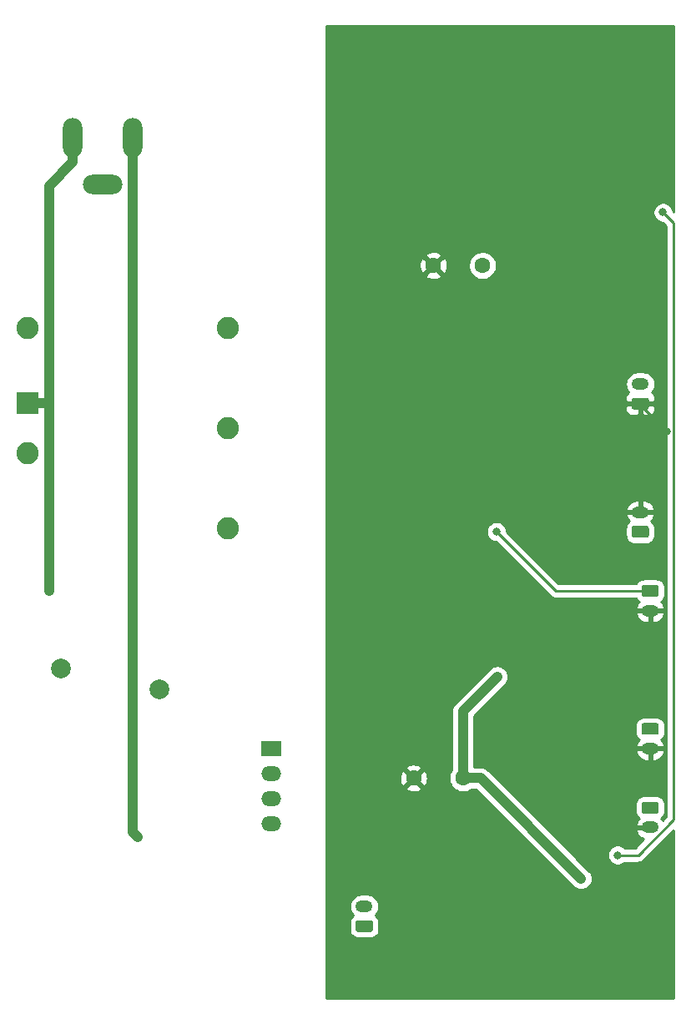
<source format=gbl>
G04 #@! TF.GenerationSoftware,KiCad,Pcbnew,(5.1.5-0)*
G04 #@! TF.CreationDate,2021-01-24T11:48:24-07:00*
G04 #@! TF.ProjectId,power_cui,706f7765-725f-4637-9569-2e6b69636164,rev?*
G04 #@! TF.SameCoordinates,Original*
G04 #@! TF.FileFunction,Copper,L2,Bot*
G04 #@! TF.FilePolarity,Positive*
%FSLAX46Y46*%
G04 Gerber Fmt 4.6, Leading zero omitted, Abs format (unit mm)*
G04 Created by KiCad (PCBNEW (5.1.5-0)) date 2021-01-24 11:48:24*
%MOMM*%
%LPD*%
G04 APERTURE LIST*
%ADD10R,2.000000X1.500000*%
%ADD11O,2.000000X1.500000*%
%ADD12O,1.750000X1.200000*%
%ADD13C,0.100000*%
%ADD14C,1.600000*%
%ADD15O,2.000000X4.000000*%
%ADD16O,4.000000X2.000000*%
%ADD17R,2.250000X2.250000*%
%ADD18C,2.250000*%
%ADD19C,2.000000*%
%ADD20C,0.800000*%
%ADD21C,1.000000*%
%ADD22C,0.250000*%
%ADD23C,0.254000*%
G04 APERTURE END LIST*
D10*
X113600000Y-114000000D03*
D11*
X113600000Y-116540000D03*
X113600000Y-119080000D03*
X113600000Y-121620000D03*
D12*
X123000000Y-130000000D03*
G04 #@! TA.AperFunction,ComponentPad*
D13*
G36*
X123649505Y-131401204D02*
G01*
X123673773Y-131404804D01*
X123697572Y-131410765D01*
X123720671Y-131419030D01*
X123742850Y-131429520D01*
X123763893Y-131442132D01*
X123783599Y-131456747D01*
X123801777Y-131473223D01*
X123818253Y-131491401D01*
X123832868Y-131511107D01*
X123845480Y-131532150D01*
X123855970Y-131554329D01*
X123864235Y-131577428D01*
X123870196Y-131601227D01*
X123873796Y-131625495D01*
X123875000Y-131649999D01*
X123875000Y-132350001D01*
X123873796Y-132374505D01*
X123870196Y-132398773D01*
X123864235Y-132422572D01*
X123855970Y-132445671D01*
X123845480Y-132467850D01*
X123832868Y-132488893D01*
X123818253Y-132508599D01*
X123801777Y-132526777D01*
X123783599Y-132543253D01*
X123763893Y-132557868D01*
X123742850Y-132570480D01*
X123720671Y-132580970D01*
X123697572Y-132589235D01*
X123673773Y-132595196D01*
X123649505Y-132598796D01*
X123625001Y-132600000D01*
X122374999Y-132600000D01*
X122350495Y-132598796D01*
X122326227Y-132595196D01*
X122302428Y-132589235D01*
X122279329Y-132580970D01*
X122257150Y-132570480D01*
X122236107Y-132557868D01*
X122216401Y-132543253D01*
X122198223Y-132526777D01*
X122181747Y-132508599D01*
X122167132Y-132488893D01*
X122154520Y-132467850D01*
X122144030Y-132445671D01*
X122135765Y-132422572D01*
X122129804Y-132398773D01*
X122126204Y-132374505D01*
X122125000Y-132350001D01*
X122125000Y-131649999D01*
X122126204Y-131625495D01*
X122129804Y-131601227D01*
X122135765Y-131577428D01*
X122144030Y-131554329D01*
X122154520Y-131532150D01*
X122167132Y-131511107D01*
X122181747Y-131491401D01*
X122198223Y-131473223D01*
X122216401Y-131456747D01*
X122236107Y-131442132D01*
X122257150Y-131429520D01*
X122279329Y-131419030D01*
X122302428Y-131410765D01*
X122326227Y-131404804D01*
X122350495Y-131401204D01*
X122374999Y-131400000D01*
X123625001Y-131400000D01*
X123649505Y-131401204D01*
G37*
G04 #@! TD.AperFunction*
D14*
X135000000Y-65000000D03*
X130000000Y-65000000D03*
X128000000Y-117000000D03*
X133000000Y-117000000D03*
D15*
X99500000Y-52000000D03*
D16*
X96500000Y-56800000D03*
D15*
X93400000Y-52000000D03*
D12*
X151000000Y-90000000D03*
G04 #@! TA.AperFunction,ComponentPad*
D13*
G36*
X151649505Y-91401204D02*
G01*
X151673773Y-91404804D01*
X151697572Y-91410765D01*
X151720671Y-91419030D01*
X151742850Y-91429520D01*
X151763893Y-91442132D01*
X151783599Y-91456747D01*
X151801777Y-91473223D01*
X151818253Y-91491401D01*
X151832868Y-91511107D01*
X151845480Y-91532150D01*
X151855970Y-91554329D01*
X151864235Y-91577428D01*
X151870196Y-91601227D01*
X151873796Y-91625495D01*
X151875000Y-91649999D01*
X151875000Y-92350001D01*
X151873796Y-92374505D01*
X151870196Y-92398773D01*
X151864235Y-92422572D01*
X151855970Y-92445671D01*
X151845480Y-92467850D01*
X151832868Y-92488893D01*
X151818253Y-92508599D01*
X151801777Y-92526777D01*
X151783599Y-92543253D01*
X151763893Y-92557868D01*
X151742850Y-92570480D01*
X151720671Y-92580970D01*
X151697572Y-92589235D01*
X151673773Y-92595196D01*
X151649505Y-92598796D01*
X151625001Y-92600000D01*
X150374999Y-92600000D01*
X150350495Y-92598796D01*
X150326227Y-92595196D01*
X150302428Y-92589235D01*
X150279329Y-92580970D01*
X150257150Y-92570480D01*
X150236107Y-92557868D01*
X150216401Y-92543253D01*
X150198223Y-92526777D01*
X150181747Y-92508599D01*
X150167132Y-92488893D01*
X150154520Y-92467850D01*
X150144030Y-92445671D01*
X150135765Y-92422572D01*
X150129804Y-92398773D01*
X150126204Y-92374505D01*
X150125000Y-92350001D01*
X150125000Y-91649999D01*
X150126204Y-91625495D01*
X150129804Y-91601227D01*
X150135765Y-91577428D01*
X150144030Y-91554329D01*
X150154520Y-91532150D01*
X150167132Y-91511107D01*
X150181747Y-91491401D01*
X150198223Y-91473223D01*
X150216401Y-91456747D01*
X150236107Y-91442132D01*
X150257150Y-91429520D01*
X150279329Y-91419030D01*
X150302428Y-91410765D01*
X150326227Y-91404804D01*
X150350495Y-91401204D01*
X150374999Y-91400000D01*
X151625001Y-91400000D01*
X151649505Y-91401204D01*
G37*
G04 #@! TD.AperFunction*
D12*
X152000000Y-122000000D03*
G04 #@! TA.AperFunction,ComponentPad*
D13*
G36*
X152649505Y-119401204D02*
G01*
X152673773Y-119404804D01*
X152697572Y-119410765D01*
X152720671Y-119419030D01*
X152742850Y-119429520D01*
X152763893Y-119442132D01*
X152783599Y-119456747D01*
X152801777Y-119473223D01*
X152818253Y-119491401D01*
X152832868Y-119511107D01*
X152845480Y-119532150D01*
X152855970Y-119554329D01*
X152864235Y-119577428D01*
X152870196Y-119601227D01*
X152873796Y-119625495D01*
X152875000Y-119649999D01*
X152875000Y-120350001D01*
X152873796Y-120374505D01*
X152870196Y-120398773D01*
X152864235Y-120422572D01*
X152855970Y-120445671D01*
X152845480Y-120467850D01*
X152832868Y-120488893D01*
X152818253Y-120508599D01*
X152801777Y-120526777D01*
X152783599Y-120543253D01*
X152763893Y-120557868D01*
X152742850Y-120570480D01*
X152720671Y-120580970D01*
X152697572Y-120589235D01*
X152673773Y-120595196D01*
X152649505Y-120598796D01*
X152625001Y-120600000D01*
X151374999Y-120600000D01*
X151350495Y-120598796D01*
X151326227Y-120595196D01*
X151302428Y-120589235D01*
X151279329Y-120580970D01*
X151257150Y-120570480D01*
X151236107Y-120557868D01*
X151216401Y-120543253D01*
X151198223Y-120526777D01*
X151181747Y-120508599D01*
X151167132Y-120488893D01*
X151154520Y-120467850D01*
X151144030Y-120445671D01*
X151135765Y-120422572D01*
X151129804Y-120398773D01*
X151126204Y-120374505D01*
X151125000Y-120350001D01*
X151125000Y-119649999D01*
X151126204Y-119625495D01*
X151129804Y-119601227D01*
X151135765Y-119577428D01*
X151144030Y-119554329D01*
X151154520Y-119532150D01*
X151167132Y-119511107D01*
X151181747Y-119491401D01*
X151198223Y-119473223D01*
X151216401Y-119456747D01*
X151236107Y-119442132D01*
X151257150Y-119429520D01*
X151279329Y-119419030D01*
X151302428Y-119410765D01*
X151326227Y-119404804D01*
X151350495Y-119401204D01*
X151374999Y-119400000D01*
X152625001Y-119400000D01*
X152649505Y-119401204D01*
G37*
G04 #@! TD.AperFunction*
D12*
X151000000Y-77000000D03*
G04 #@! TA.AperFunction,ComponentPad*
D13*
G36*
X151649505Y-78401204D02*
G01*
X151673773Y-78404804D01*
X151697572Y-78410765D01*
X151720671Y-78419030D01*
X151742850Y-78429520D01*
X151763893Y-78442132D01*
X151783599Y-78456747D01*
X151801777Y-78473223D01*
X151818253Y-78491401D01*
X151832868Y-78511107D01*
X151845480Y-78532150D01*
X151855970Y-78554329D01*
X151864235Y-78577428D01*
X151870196Y-78601227D01*
X151873796Y-78625495D01*
X151875000Y-78649999D01*
X151875000Y-79350001D01*
X151873796Y-79374505D01*
X151870196Y-79398773D01*
X151864235Y-79422572D01*
X151855970Y-79445671D01*
X151845480Y-79467850D01*
X151832868Y-79488893D01*
X151818253Y-79508599D01*
X151801777Y-79526777D01*
X151783599Y-79543253D01*
X151763893Y-79557868D01*
X151742850Y-79570480D01*
X151720671Y-79580970D01*
X151697572Y-79589235D01*
X151673773Y-79595196D01*
X151649505Y-79598796D01*
X151625001Y-79600000D01*
X150374999Y-79600000D01*
X150350495Y-79598796D01*
X150326227Y-79595196D01*
X150302428Y-79589235D01*
X150279329Y-79580970D01*
X150257150Y-79570480D01*
X150236107Y-79557868D01*
X150216401Y-79543253D01*
X150198223Y-79526777D01*
X150181747Y-79508599D01*
X150167132Y-79488893D01*
X150154520Y-79467850D01*
X150144030Y-79445671D01*
X150135765Y-79422572D01*
X150129804Y-79398773D01*
X150126204Y-79374505D01*
X150125000Y-79350001D01*
X150125000Y-78649999D01*
X150126204Y-78625495D01*
X150129804Y-78601227D01*
X150135765Y-78577428D01*
X150144030Y-78554329D01*
X150154520Y-78532150D01*
X150167132Y-78511107D01*
X150181747Y-78491401D01*
X150198223Y-78473223D01*
X150216401Y-78456747D01*
X150236107Y-78442132D01*
X150257150Y-78429520D01*
X150279329Y-78419030D01*
X150302428Y-78410765D01*
X150326227Y-78404804D01*
X150350495Y-78401204D01*
X150374999Y-78400000D01*
X151625001Y-78400000D01*
X151649505Y-78401204D01*
G37*
G04 #@! TD.AperFunction*
D12*
X152000000Y-114000000D03*
G04 #@! TA.AperFunction,ComponentPad*
D13*
G36*
X152649505Y-111401204D02*
G01*
X152673773Y-111404804D01*
X152697572Y-111410765D01*
X152720671Y-111419030D01*
X152742850Y-111429520D01*
X152763893Y-111442132D01*
X152783599Y-111456747D01*
X152801777Y-111473223D01*
X152818253Y-111491401D01*
X152832868Y-111511107D01*
X152845480Y-111532150D01*
X152855970Y-111554329D01*
X152864235Y-111577428D01*
X152870196Y-111601227D01*
X152873796Y-111625495D01*
X152875000Y-111649999D01*
X152875000Y-112350001D01*
X152873796Y-112374505D01*
X152870196Y-112398773D01*
X152864235Y-112422572D01*
X152855970Y-112445671D01*
X152845480Y-112467850D01*
X152832868Y-112488893D01*
X152818253Y-112508599D01*
X152801777Y-112526777D01*
X152783599Y-112543253D01*
X152763893Y-112557868D01*
X152742850Y-112570480D01*
X152720671Y-112580970D01*
X152697572Y-112589235D01*
X152673773Y-112595196D01*
X152649505Y-112598796D01*
X152625001Y-112600000D01*
X151374999Y-112600000D01*
X151350495Y-112598796D01*
X151326227Y-112595196D01*
X151302428Y-112589235D01*
X151279329Y-112580970D01*
X151257150Y-112570480D01*
X151236107Y-112557868D01*
X151216401Y-112543253D01*
X151198223Y-112526777D01*
X151181747Y-112508599D01*
X151167132Y-112488893D01*
X151154520Y-112467850D01*
X151144030Y-112445671D01*
X151135765Y-112422572D01*
X151129804Y-112398773D01*
X151126204Y-112374505D01*
X151125000Y-112350001D01*
X151125000Y-111649999D01*
X151126204Y-111625495D01*
X151129804Y-111601227D01*
X151135765Y-111577428D01*
X151144030Y-111554329D01*
X151154520Y-111532150D01*
X151167132Y-111511107D01*
X151181747Y-111491401D01*
X151198223Y-111473223D01*
X151216401Y-111456747D01*
X151236107Y-111442132D01*
X151257150Y-111429520D01*
X151279329Y-111419030D01*
X151302428Y-111410765D01*
X151326227Y-111404804D01*
X151350495Y-111401204D01*
X151374999Y-111400000D01*
X152625001Y-111400000D01*
X152649505Y-111401204D01*
G37*
G04 #@! TD.AperFunction*
D12*
X152000000Y-100000000D03*
G04 #@! TA.AperFunction,ComponentPad*
D13*
G36*
X152649505Y-97401204D02*
G01*
X152673773Y-97404804D01*
X152697572Y-97410765D01*
X152720671Y-97419030D01*
X152742850Y-97429520D01*
X152763893Y-97442132D01*
X152783599Y-97456747D01*
X152801777Y-97473223D01*
X152818253Y-97491401D01*
X152832868Y-97511107D01*
X152845480Y-97532150D01*
X152855970Y-97554329D01*
X152864235Y-97577428D01*
X152870196Y-97601227D01*
X152873796Y-97625495D01*
X152875000Y-97649999D01*
X152875000Y-98350001D01*
X152873796Y-98374505D01*
X152870196Y-98398773D01*
X152864235Y-98422572D01*
X152855970Y-98445671D01*
X152845480Y-98467850D01*
X152832868Y-98488893D01*
X152818253Y-98508599D01*
X152801777Y-98526777D01*
X152783599Y-98543253D01*
X152763893Y-98557868D01*
X152742850Y-98570480D01*
X152720671Y-98580970D01*
X152697572Y-98589235D01*
X152673773Y-98595196D01*
X152649505Y-98598796D01*
X152625001Y-98600000D01*
X151374999Y-98600000D01*
X151350495Y-98598796D01*
X151326227Y-98595196D01*
X151302428Y-98589235D01*
X151279329Y-98580970D01*
X151257150Y-98570480D01*
X151236107Y-98557868D01*
X151216401Y-98543253D01*
X151198223Y-98526777D01*
X151181747Y-98508599D01*
X151167132Y-98488893D01*
X151154520Y-98467850D01*
X151144030Y-98445671D01*
X151135765Y-98422572D01*
X151129804Y-98398773D01*
X151126204Y-98374505D01*
X151125000Y-98350001D01*
X151125000Y-97649999D01*
X151126204Y-97625495D01*
X151129804Y-97601227D01*
X151135765Y-97577428D01*
X151144030Y-97554329D01*
X151154520Y-97532150D01*
X151167132Y-97511107D01*
X151181747Y-97491401D01*
X151198223Y-97473223D01*
X151216401Y-97456747D01*
X151236107Y-97442132D01*
X151257150Y-97429520D01*
X151279329Y-97419030D01*
X151302428Y-97410765D01*
X151326227Y-97404804D01*
X151350495Y-97401204D01*
X151374999Y-97400000D01*
X152625001Y-97400000D01*
X152649505Y-97401204D01*
G37*
G04 #@! TD.AperFunction*
D17*
X88840000Y-78960000D03*
D18*
X88840000Y-84040000D03*
X109160000Y-91660000D03*
X109160000Y-81500000D03*
X109160000Y-71340000D03*
X88840000Y-71340000D03*
D19*
X92200000Y-105900000D03*
X102200000Y-108000000D03*
D20*
X91000000Y-98000000D03*
X91000000Y-96000000D03*
X153675000Y-81800000D03*
X148700000Y-124800000D03*
X153300000Y-59600000D03*
X136500000Y-106700000D03*
X145000000Y-127200000D03*
X136400000Y-92000000D03*
X100000000Y-123000000D03*
D21*
X90965000Y-78960000D02*
X88840000Y-78960000D01*
X91000000Y-78995000D02*
X90965000Y-78960000D01*
X91000000Y-98000000D02*
X91000000Y-96000000D01*
X91000000Y-79000000D02*
X91000000Y-78995000D01*
X91000000Y-96000000D02*
X91000000Y-79000000D01*
X93400000Y-54500000D02*
X91000000Y-56900000D01*
X91000000Y-56900000D02*
X91000000Y-79000000D01*
X93400000Y-52000000D02*
X93400000Y-54500000D01*
D22*
X151000000Y-79125000D02*
X151000000Y-79000000D01*
X153675000Y-81800000D02*
X151000000Y-79125000D01*
X150783161Y-124800000D02*
X154400000Y-121183161D01*
X148700000Y-124800000D02*
X150783161Y-124800000D01*
X154400000Y-60700000D02*
X153300000Y-59600000D01*
X154400000Y-121183161D02*
X154400000Y-60700000D01*
D21*
X133000000Y-110200000D02*
X133000000Y-117000000D01*
X136500000Y-106700000D02*
X133000000Y-110200000D01*
X134800000Y-117000000D02*
X133000000Y-117000000D01*
X145000000Y-127200000D02*
X134800000Y-117000000D01*
D22*
X142400000Y-98000000D02*
X152000000Y-98000000D01*
X136400000Y-92000000D02*
X142400000Y-98000000D01*
D21*
X99500000Y-122500000D02*
X100000000Y-123000000D01*
X99500000Y-52000000D02*
X99500000Y-122500000D01*
D23*
G36*
X154340001Y-59565199D02*
G01*
X154335000Y-59560199D01*
X154335000Y-59498061D01*
X154295226Y-59298102D01*
X154217205Y-59109744D01*
X154103937Y-58940226D01*
X153959774Y-58796063D01*
X153790256Y-58682795D01*
X153601898Y-58604774D01*
X153401939Y-58565000D01*
X153198061Y-58565000D01*
X152998102Y-58604774D01*
X152809744Y-58682795D01*
X152640226Y-58796063D01*
X152496063Y-58940226D01*
X152382795Y-59109744D01*
X152304774Y-59298102D01*
X152265000Y-59498061D01*
X152265000Y-59701939D01*
X152304774Y-59901898D01*
X152382795Y-60090256D01*
X152496063Y-60259774D01*
X152640226Y-60403937D01*
X152809744Y-60517205D01*
X152998102Y-60595226D01*
X153198061Y-60635000D01*
X153260199Y-60635000D01*
X153640001Y-61014803D01*
X153640000Y-120868359D01*
X153259489Y-121248870D01*
X153238078Y-121216526D01*
X153113594Y-121090967D01*
X153118387Y-121088405D01*
X153252962Y-120977962D01*
X153363405Y-120843387D01*
X153445472Y-120689851D01*
X153496008Y-120523255D01*
X153513072Y-120350001D01*
X153513072Y-119649999D01*
X153496008Y-119476745D01*
X153445472Y-119310149D01*
X153363405Y-119156613D01*
X153252962Y-119022038D01*
X153118387Y-118911595D01*
X152964851Y-118829528D01*
X152798255Y-118778992D01*
X152625001Y-118761928D01*
X151374999Y-118761928D01*
X151201745Y-118778992D01*
X151035149Y-118829528D01*
X150881613Y-118911595D01*
X150747038Y-119022038D01*
X150636595Y-119156613D01*
X150554528Y-119310149D01*
X150503992Y-119476745D01*
X150486928Y-119649999D01*
X150486928Y-120350001D01*
X150503992Y-120523255D01*
X150554528Y-120689851D01*
X150636595Y-120843387D01*
X150747038Y-120977962D01*
X150881613Y-121088405D01*
X150886406Y-121090967D01*
X150761922Y-121216526D01*
X150627579Y-121419467D01*
X150535409Y-121644718D01*
X150531538Y-121682391D01*
X150656269Y-121873000D01*
X151873000Y-121873000D01*
X151873000Y-121853000D01*
X152127000Y-121853000D01*
X152127000Y-121873000D01*
X152147000Y-121873000D01*
X152147000Y-122127000D01*
X152127000Y-122127000D01*
X152127000Y-122147000D01*
X151873000Y-122147000D01*
X151873000Y-122127000D01*
X150656269Y-122127000D01*
X150531538Y-122317609D01*
X150535409Y-122355282D01*
X150627579Y-122580533D01*
X150761922Y-122783474D01*
X150933275Y-122956307D01*
X151135054Y-123092390D01*
X151332985Y-123175375D01*
X150468360Y-124040000D01*
X149403711Y-124040000D01*
X149359774Y-123996063D01*
X149190256Y-123882795D01*
X149001898Y-123804774D01*
X148801939Y-123765000D01*
X148598061Y-123765000D01*
X148398102Y-123804774D01*
X148209744Y-123882795D01*
X148040226Y-123996063D01*
X147896063Y-124140226D01*
X147782795Y-124309744D01*
X147704774Y-124498102D01*
X147665000Y-124698061D01*
X147665000Y-124901939D01*
X147704774Y-125101898D01*
X147782795Y-125290256D01*
X147896063Y-125459774D01*
X148040226Y-125603937D01*
X148209744Y-125717205D01*
X148398102Y-125795226D01*
X148598061Y-125835000D01*
X148801939Y-125835000D01*
X149001898Y-125795226D01*
X149190256Y-125717205D01*
X149359774Y-125603937D01*
X149403711Y-125560000D01*
X150745839Y-125560000D01*
X150783161Y-125563676D01*
X150820483Y-125560000D01*
X150820494Y-125560000D01*
X150932147Y-125549003D01*
X151075408Y-125505546D01*
X151207437Y-125434974D01*
X151323162Y-125340001D01*
X151346965Y-125310997D01*
X154340000Y-122317963D01*
X154340000Y-139340000D01*
X119127000Y-139340000D01*
X119127000Y-130000000D01*
X121484025Y-130000000D01*
X121507870Y-130242102D01*
X121578489Y-130474901D01*
X121693167Y-130689449D01*
X121847498Y-130877502D01*
X121886111Y-130909191D01*
X121881613Y-130911595D01*
X121747038Y-131022038D01*
X121636595Y-131156613D01*
X121554528Y-131310149D01*
X121503992Y-131476745D01*
X121486928Y-131649999D01*
X121486928Y-132350001D01*
X121503992Y-132523255D01*
X121554528Y-132689851D01*
X121636595Y-132843387D01*
X121747038Y-132977962D01*
X121881613Y-133088405D01*
X122035149Y-133170472D01*
X122201745Y-133221008D01*
X122374999Y-133238072D01*
X123625001Y-133238072D01*
X123798255Y-133221008D01*
X123964851Y-133170472D01*
X124118387Y-133088405D01*
X124252962Y-132977962D01*
X124363405Y-132843387D01*
X124445472Y-132689851D01*
X124496008Y-132523255D01*
X124513072Y-132350001D01*
X124513072Y-131649999D01*
X124496008Y-131476745D01*
X124445472Y-131310149D01*
X124363405Y-131156613D01*
X124252962Y-131022038D01*
X124118387Y-130911595D01*
X124113889Y-130909191D01*
X124152502Y-130877502D01*
X124306833Y-130689449D01*
X124421511Y-130474901D01*
X124492130Y-130242102D01*
X124515975Y-130000000D01*
X124492130Y-129757898D01*
X124421511Y-129525099D01*
X124306833Y-129310551D01*
X124152502Y-129122498D01*
X123964449Y-128968167D01*
X123749901Y-128853489D01*
X123517102Y-128782870D01*
X123335665Y-128765000D01*
X122664335Y-128765000D01*
X122482898Y-128782870D01*
X122250099Y-128853489D01*
X122035551Y-128968167D01*
X121847498Y-129122498D01*
X121693167Y-129310551D01*
X121578489Y-129525099D01*
X121507870Y-129757898D01*
X121484025Y-130000000D01*
X119127000Y-130000000D01*
X119127000Y-117992702D01*
X127186903Y-117992702D01*
X127258486Y-118236671D01*
X127513996Y-118357571D01*
X127788184Y-118426300D01*
X128070512Y-118440217D01*
X128350130Y-118398787D01*
X128616292Y-118303603D01*
X128741514Y-118236671D01*
X128813097Y-117992702D01*
X128000000Y-117179605D01*
X127186903Y-117992702D01*
X119127000Y-117992702D01*
X119127000Y-117070512D01*
X126559783Y-117070512D01*
X126601213Y-117350130D01*
X126696397Y-117616292D01*
X126763329Y-117741514D01*
X127007298Y-117813097D01*
X127820395Y-117000000D01*
X128179605Y-117000000D01*
X128992702Y-117813097D01*
X129236671Y-117741514D01*
X129357571Y-117486004D01*
X129426300Y-117211816D01*
X129440217Y-116929488D01*
X129429724Y-116858665D01*
X131565000Y-116858665D01*
X131565000Y-117141335D01*
X131620147Y-117418574D01*
X131728320Y-117679727D01*
X131885363Y-117914759D01*
X132085241Y-118114637D01*
X132320273Y-118271680D01*
X132581426Y-118379853D01*
X132858665Y-118435000D01*
X133141335Y-118435000D01*
X133418574Y-118379853D01*
X133679727Y-118271680D01*
X133884284Y-118135000D01*
X134329869Y-118135000D01*
X144236856Y-128041988D01*
X144366376Y-128148283D01*
X144563552Y-128253675D01*
X144777500Y-128318576D01*
X144999999Y-128340490D01*
X145222498Y-128318576D01*
X145436446Y-128253675D01*
X145633622Y-128148283D01*
X145806448Y-128006448D01*
X145948283Y-127833622D01*
X146053675Y-127636446D01*
X146118576Y-127422498D01*
X146140490Y-127199999D01*
X146118576Y-126977500D01*
X146053675Y-126763552D01*
X145948283Y-126566376D01*
X145841988Y-126436856D01*
X135641996Y-116236865D01*
X135606449Y-116193551D01*
X135433623Y-116051716D01*
X135236447Y-115946324D01*
X135022499Y-115881423D01*
X134855752Y-115865000D01*
X134855751Y-115865000D01*
X134800000Y-115859509D01*
X134744249Y-115865000D01*
X134135000Y-115865000D01*
X134135000Y-114317609D01*
X150531538Y-114317609D01*
X150535409Y-114355282D01*
X150627579Y-114580533D01*
X150761922Y-114783474D01*
X150933275Y-114956307D01*
X151135054Y-115092390D01*
X151359504Y-115186493D01*
X151598000Y-115235000D01*
X151873000Y-115235000D01*
X151873000Y-114127000D01*
X152127000Y-114127000D01*
X152127000Y-115235000D01*
X152402000Y-115235000D01*
X152640496Y-115186493D01*
X152864946Y-115092390D01*
X153066725Y-114956307D01*
X153238078Y-114783474D01*
X153372421Y-114580533D01*
X153464591Y-114355282D01*
X153468462Y-114317609D01*
X153343731Y-114127000D01*
X152127000Y-114127000D01*
X151873000Y-114127000D01*
X150656269Y-114127000D01*
X150531538Y-114317609D01*
X134135000Y-114317609D01*
X134135000Y-111649999D01*
X150486928Y-111649999D01*
X150486928Y-112350001D01*
X150503992Y-112523255D01*
X150554528Y-112689851D01*
X150636595Y-112843387D01*
X150747038Y-112977962D01*
X150881613Y-113088405D01*
X150886406Y-113090967D01*
X150761922Y-113216526D01*
X150627579Y-113419467D01*
X150535409Y-113644718D01*
X150531538Y-113682391D01*
X150656269Y-113873000D01*
X151873000Y-113873000D01*
X151873000Y-113853000D01*
X152127000Y-113853000D01*
X152127000Y-113873000D01*
X153343731Y-113873000D01*
X153468462Y-113682391D01*
X153464591Y-113644718D01*
X153372421Y-113419467D01*
X153238078Y-113216526D01*
X153113594Y-113090967D01*
X153118387Y-113088405D01*
X153252962Y-112977962D01*
X153363405Y-112843387D01*
X153445472Y-112689851D01*
X153496008Y-112523255D01*
X153513072Y-112350001D01*
X153513072Y-111649999D01*
X153496008Y-111476745D01*
X153445472Y-111310149D01*
X153363405Y-111156613D01*
X153252962Y-111022038D01*
X153118387Y-110911595D01*
X152964851Y-110829528D01*
X152798255Y-110778992D01*
X152625001Y-110761928D01*
X151374999Y-110761928D01*
X151201745Y-110778992D01*
X151035149Y-110829528D01*
X150881613Y-110911595D01*
X150747038Y-111022038D01*
X150636595Y-111156613D01*
X150554528Y-111310149D01*
X150503992Y-111476745D01*
X150486928Y-111649999D01*
X134135000Y-111649999D01*
X134135000Y-110670131D01*
X137341988Y-107463144D01*
X137448283Y-107333624D01*
X137553675Y-107136448D01*
X137618576Y-106922500D01*
X137640490Y-106700001D01*
X137618576Y-106477502D01*
X137553675Y-106263554D01*
X137448283Y-106066378D01*
X137306448Y-105893552D01*
X137133622Y-105751717D01*
X136936446Y-105646325D01*
X136722498Y-105581424D01*
X136499999Y-105559510D01*
X136277500Y-105581424D01*
X136063552Y-105646325D01*
X135866376Y-105751717D01*
X135736856Y-105858012D01*
X132236865Y-109358004D01*
X132193551Y-109393551D01*
X132051716Y-109566377D01*
X131946325Y-109763553D01*
X131946324Y-109763554D01*
X131881423Y-109977502D01*
X131859509Y-110200000D01*
X131865000Y-110255752D01*
X131865001Y-116115715D01*
X131728320Y-116320273D01*
X131620147Y-116581426D01*
X131565000Y-116858665D01*
X129429724Y-116858665D01*
X129398787Y-116649870D01*
X129303603Y-116383708D01*
X129236671Y-116258486D01*
X128992702Y-116186903D01*
X128179605Y-117000000D01*
X127820395Y-117000000D01*
X127007298Y-116186903D01*
X126763329Y-116258486D01*
X126642429Y-116513996D01*
X126573700Y-116788184D01*
X126559783Y-117070512D01*
X119127000Y-117070512D01*
X119127000Y-116007298D01*
X127186903Y-116007298D01*
X128000000Y-116820395D01*
X128813097Y-116007298D01*
X128741514Y-115763329D01*
X128486004Y-115642429D01*
X128211816Y-115573700D01*
X127929488Y-115559783D01*
X127649870Y-115601213D01*
X127383708Y-115696397D01*
X127258486Y-115763329D01*
X127186903Y-116007298D01*
X119127000Y-116007298D01*
X119127000Y-100317609D01*
X150531538Y-100317609D01*
X150535409Y-100355282D01*
X150627579Y-100580533D01*
X150761922Y-100783474D01*
X150933275Y-100956307D01*
X151135054Y-101092390D01*
X151359504Y-101186493D01*
X151598000Y-101235000D01*
X151873000Y-101235000D01*
X151873000Y-100127000D01*
X152127000Y-100127000D01*
X152127000Y-101235000D01*
X152402000Y-101235000D01*
X152640496Y-101186493D01*
X152864946Y-101092390D01*
X153066725Y-100956307D01*
X153238078Y-100783474D01*
X153372421Y-100580533D01*
X153464591Y-100355282D01*
X153468462Y-100317609D01*
X153343731Y-100127000D01*
X152127000Y-100127000D01*
X151873000Y-100127000D01*
X150656269Y-100127000D01*
X150531538Y-100317609D01*
X119127000Y-100317609D01*
X119127000Y-91898061D01*
X135365000Y-91898061D01*
X135365000Y-92101939D01*
X135404774Y-92301898D01*
X135482795Y-92490256D01*
X135596063Y-92659774D01*
X135740226Y-92803937D01*
X135909744Y-92917205D01*
X136098102Y-92995226D01*
X136298061Y-93035000D01*
X136360199Y-93035000D01*
X141836205Y-98511008D01*
X141859999Y-98540001D01*
X141888992Y-98563795D01*
X141888996Y-98563799D01*
X141959685Y-98621811D01*
X141975724Y-98634974D01*
X142107753Y-98705546D01*
X142251014Y-98749003D01*
X142362667Y-98760000D01*
X142362676Y-98760000D01*
X142399999Y-98763676D01*
X142437322Y-98760000D01*
X150592024Y-98760000D01*
X150636595Y-98843387D01*
X150747038Y-98977962D01*
X150881613Y-99088405D01*
X150886406Y-99090967D01*
X150761922Y-99216526D01*
X150627579Y-99419467D01*
X150535409Y-99644718D01*
X150531538Y-99682391D01*
X150656269Y-99873000D01*
X151873000Y-99873000D01*
X151873000Y-99853000D01*
X152127000Y-99853000D01*
X152127000Y-99873000D01*
X153343731Y-99873000D01*
X153468462Y-99682391D01*
X153464591Y-99644718D01*
X153372421Y-99419467D01*
X153238078Y-99216526D01*
X153113594Y-99090967D01*
X153118387Y-99088405D01*
X153252962Y-98977962D01*
X153363405Y-98843387D01*
X153445472Y-98689851D01*
X153496008Y-98523255D01*
X153513072Y-98350001D01*
X153513072Y-97649999D01*
X153496008Y-97476745D01*
X153445472Y-97310149D01*
X153363405Y-97156613D01*
X153252962Y-97022038D01*
X153118387Y-96911595D01*
X152964851Y-96829528D01*
X152798255Y-96778992D01*
X152625001Y-96761928D01*
X151374999Y-96761928D01*
X151201745Y-96778992D01*
X151035149Y-96829528D01*
X150881613Y-96911595D01*
X150747038Y-97022038D01*
X150636595Y-97156613D01*
X150592024Y-97240000D01*
X142714803Y-97240000D01*
X137435000Y-91960199D01*
X137435000Y-91898061D01*
X137395226Y-91698102D01*
X137375301Y-91649999D01*
X149486928Y-91649999D01*
X149486928Y-92350001D01*
X149503992Y-92523255D01*
X149554528Y-92689851D01*
X149636595Y-92843387D01*
X149747038Y-92977962D01*
X149881613Y-93088405D01*
X150035149Y-93170472D01*
X150201745Y-93221008D01*
X150374999Y-93238072D01*
X151625001Y-93238072D01*
X151798255Y-93221008D01*
X151964851Y-93170472D01*
X152118387Y-93088405D01*
X152252962Y-92977962D01*
X152363405Y-92843387D01*
X152445472Y-92689851D01*
X152496008Y-92523255D01*
X152513072Y-92350001D01*
X152513072Y-91649999D01*
X152496008Y-91476745D01*
X152445472Y-91310149D01*
X152363405Y-91156613D01*
X152252962Y-91022038D01*
X152118387Y-90911595D01*
X152113594Y-90909033D01*
X152238078Y-90783474D01*
X152372421Y-90580533D01*
X152464591Y-90355282D01*
X152468462Y-90317609D01*
X152343731Y-90127000D01*
X151127000Y-90127000D01*
X151127000Y-90147000D01*
X150873000Y-90147000D01*
X150873000Y-90127000D01*
X149656269Y-90127000D01*
X149531538Y-90317609D01*
X149535409Y-90355282D01*
X149627579Y-90580533D01*
X149761922Y-90783474D01*
X149886406Y-90909033D01*
X149881613Y-90911595D01*
X149747038Y-91022038D01*
X149636595Y-91156613D01*
X149554528Y-91310149D01*
X149503992Y-91476745D01*
X149486928Y-91649999D01*
X137375301Y-91649999D01*
X137317205Y-91509744D01*
X137203937Y-91340226D01*
X137059774Y-91196063D01*
X136890256Y-91082795D01*
X136701898Y-91004774D01*
X136501939Y-90965000D01*
X136298061Y-90965000D01*
X136098102Y-91004774D01*
X135909744Y-91082795D01*
X135740226Y-91196063D01*
X135596063Y-91340226D01*
X135482795Y-91509744D01*
X135404774Y-91698102D01*
X135365000Y-91898061D01*
X119127000Y-91898061D01*
X119127000Y-89682391D01*
X149531538Y-89682391D01*
X149656269Y-89873000D01*
X150873000Y-89873000D01*
X150873000Y-88765000D01*
X151127000Y-88765000D01*
X151127000Y-89873000D01*
X152343731Y-89873000D01*
X152468462Y-89682391D01*
X152464591Y-89644718D01*
X152372421Y-89419467D01*
X152238078Y-89216526D01*
X152066725Y-89043693D01*
X151864946Y-88907610D01*
X151640496Y-88813507D01*
X151402000Y-88765000D01*
X151127000Y-88765000D01*
X150873000Y-88765000D01*
X150598000Y-88765000D01*
X150359504Y-88813507D01*
X150135054Y-88907610D01*
X149933275Y-89043693D01*
X149761922Y-89216526D01*
X149627579Y-89419467D01*
X149535409Y-89644718D01*
X149531538Y-89682391D01*
X119127000Y-89682391D01*
X119127000Y-79600000D01*
X149486928Y-79600000D01*
X149499188Y-79724482D01*
X149535498Y-79844180D01*
X149594463Y-79954494D01*
X149673815Y-80051185D01*
X149770506Y-80130537D01*
X149880820Y-80189502D01*
X150000518Y-80225812D01*
X150125000Y-80238072D01*
X150714250Y-80235000D01*
X150873000Y-80076250D01*
X150873000Y-79127000D01*
X151127000Y-79127000D01*
X151127000Y-80076250D01*
X151285750Y-80235000D01*
X151875000Y-80238072D01*
X151999482Y-80225812D01*
X152119180Y-80189502D01*
X152229494Y-80130537D01*
X152326185Y-80051185D01*
X152405537Y-79954494D01*
X152464502Y-79844180D01*
X152500812Y-79724482D01*
X152513072Y-79600000D01*
X152510000Y-79285750D01*
X152351250Y-79127000D01*
X151127000Y-79127000D01*
X150873000Y-79127000D01*
X149648750Y-79127000D01*
X149490000Y-79285750D01*
X149486928Y-79600000D01*
X119127000Y-79600000D01*
X119127000Y-77000000D01*
X149484025Y-77000000D01*
X149507870Y-77242102D01*
X149578489Y-77474901D01*
X149693167Y-77689449D01*
X149819436Y-77843309D01*
X149770506Y-77869463D01*
X149673815Y-77948815D01*
X149594463Y-78045506D01*
X149535498Y-78155820D01*
X149499188Y-78275518D01*
X149486928Y-78400000D01*
X149490000Y-78714250D01*
X149648750Y-78873000D01*
X150873000Y-78873000D01*
X150873000Y-78853000D01*
X151127000Y-78853000D01*
X151127000Y-78873000D01*
X152351250Y-78873000D01*
X152510000Y-78714250D01*
X152513072Y-78400000D01*
X152500812Y-78275518D01*
X152464502Y-78155820D01*
X152405537Y-78045506D01*
X152326185Y-77948815D01*
X152229494Y-77869463D01*
X152180564Y-77843309D01*
X152306833Y-77689449D01*
X152421511Y-77474901D01*
X152492130Y-77242102D01*
X152515975Y-77000000D01*
X152492130Y-76757898D01*
X152421511Y-76525099D01*
X152306833Y-76310551D01*
X152152502Y-76122498D01*
X151964449Y-75968167D01*
X151749901Y-75853489D01*
X151517102Y-75782870D01*
X151335665Y-75765000D01*
X150664335Y-75765000D01*
X150482898Y-75782870D01*
X150250099Y-75853489D01*
X150035551Y-75968167D01*
X149847498Y-76122498D01*
X149693167Y-76310551D01*
X149578489Y-76525099D01*
X149507870Y-76757898D01*
X149484025Y-77000000D01*
X119127000Y-77000000D01*
X119127000Y-65992702D01*
X129186903Y-65992702D01*
X129258486Y-66236671D01*
X129513996Y-66357571D01*
X129788184Y-66426300D01*
X130070512Y-66440217D01*
X130350130Y-66398787D01*
X130616292Y-66303603D01*
X130741514Y-66236671D01*
X130813097Y-65992702D01*
X130000000Y-65179605D01*
X129186903Y-65992702D01*
X119127000Y-65992702D01*
X119127000Y-65070512D01*
X128559783Y-65070512D01*
X128601213Y-65350130D01*
X128696397Y-65616292D01*
X128763329Y-65741514D01*
X129007298Y-65813097D01*
X129820395Y-65000000D01*
X130179605Y-65000000D01*
X130992702Y-65813097D01*
X131236671Y-65741514D01*
X131357571Y-65486004D01*
X131426300Y-65211816D01*
X131440217Y-64929488D01*
X131429724Y-64858665D01*
X133565000Y-64858665D01*
X133565000Y-65141335D01*
X133620147Y-65418574D01*
X133728320Y-65679727D01*
X133885363Y-65914759D01*
X134085241Y-66114637D01*
X134320273Y-66271680D01*
X134581426Y-66379853D01*
X134858665Y-66435000D01*
X135141335Y-66435000D01*
X135418574Y-66379853D01*
X135679727Y-66271680D01*
X135914759Y-66114637D01*
X136114637Y-65914759D01*
X136271680Y-65679727D01*
X136379853Y-65418574D01*
X136435000Y-65141335D01*
X136435000Y-64858665D01*
X136379853Y-64581426D01*
X136271680Y-64320273D01*
X136114637Y-64085241D01*
X135914759Y-63885363D01*
X135679727Y-63728320D01*
X135418574Y-63620147D01*
X135141335Y-63565000D01*
X134858665Y-63565000D01*
X134581426Y-63620147D01*
X134320273Y-63728320D01*
X134085241Y-63885363D01*
X133885363Y-64085241D01*
X133728320Y-64320273D01*
X133620147Y-64581426D01*
X133565000Y-64858665D01*
X131429724Y-64858665D01*
X131398787Y-64649870D01*
X131303603Y-64383708D01*
X131236671Y-64258486D01*
X130992702Y-64186903D01*
X130179605Y-65000000D01*
X129820395Y-65000000D01*
X129007298Y-64186903D01*
X128763329Y-64258486D01*
X128642429Y-64513996D01*
X128573700Y-64788184D01*
X128559783Y-65070512D01*
X119127000Y-65070512D01*
X119127000Y-64007298D01*
X129186903Y-64007298D01*
X130000000Y-64820395D01*
X130813097Y-64007298D01*
X130741514Y-63763329D01*
X130486004Y-63642429D01*
X130211816Y-63573700D01*
X129929488Y-63559783D01*
X129649870Y-63601213D01*
X129383708Y-63696397D01*
X129258486Y-63763329D01*
X129186903Y-64007298D01*
X119127000Y-64007298D01*
X119127000Y-40660000D01*
X154340001Y-40660000D01*
X154340001Y-59565199D01*
G37*
X154340001Y-59565199D02*
X154335000Y-59560199D01*
X154335000Y-59498061D01*
X154295226Y-59298102D01*
X154217205Y-59109744D01*
X154103937Y-58940226D01*
X153959774Y-58796063D01*
X153790256Y-58682795D01*
X153601898Y-58604774D01*
X153401939Y-58565000D01*
X153198061Y-58565000D01*
X152998102Y-58604774D01*
X152809744Y-58682795D01*
X152640226Y-58796063D01*
X152496063Y-58940226D01*
X152382795Y-59109744D01*
X152304774Y-59298102D01*
X152265000Y-59498061D01*
X152265000Y-59701939D01*
X152304774Y-59901898D01*
X152382795Y-60090256D01*
X152496063Y-60259774D01*
X152640226Y-60403937D01*
X152809744Y-60517205D01*
X152998102Y-60595226D01*
X153198061Y-60635000D01*
X153260199Y-60635000D01*
X153640001Y-61014803D01*
X153640000Y-120868359D01*
X153259489Y-121248870D01*
X153238078Y-121216526D01*
X153113594Y-121090967D01*
X153118387Y-121088405D01*
X153252962Y-120977962D01*
X153363405Y-120843387D01*
X153445472Y-120689851D01*
X153496008Y-120523255D01*
X153513072Y-120350001D01*
X153513072Y-119649999D01*
X153496008Y-119476745D01*
X153445472Y-119310149D01*
X153363405Y-119156613D01*
X153252962Y-119022038D01*
X153118387Y-118911595D01*
X152964851Y-118829528D01*
X152798255Y-118778992D01*
X152625001Y-118761928D01*
X151374999Y-118761928D01*
X151201745Y-118778992D01*
X151035149Y-118829528D01*
X150881613Y-118911595D01*
X150747038Y-119022038D01*
X150636595Y-119156613D01*
X150554528Y-119310149D01*
X150503992Y-119476745D01*
X150486928Y-119649999D01*
X150486928Y-120350001D01*
X150503992Y-120523255D01*
X150554528Y-120689851D01*
X150636595Y-120843387D01*
X150747038Y-120977962D01*
X150881613Y-121088405D01*
X150886406Y-121090967D01*
X150761922Y-121216526D01*
X150627579Y-121419467D01*
X150535409Y-121644718D01*
X150531538Y-121682391D01*
X150656269Y-121873000D01*
X151873000Y-121873000D01*
X151873000Y-121853000D01*
X152127000Y-121853000D01*
X152127000Y-121873000D01*
X152147000Y-121873000D01*
X152147000Y-122127000D01*
X152127000Y-122127000D01*
X152127000Y-122147000D01*
X151873000Y-122147000D01*
X151873000Y-122127000D01*
X150656269Y-122127000D01*
X150531538Y-122317609D01*
X150535409Y-122355282D01*
X150627579Y-122580533D01*
X150761922Y-122783474D01*
X150933275Y-122956307D01*
X151135054Y-123092390D01*
X151332985Y-123175375D01*
X150468360Y-124040000D01*
X149403711Y-124040000D01*
X149359774Y-123996063D01*
X149190256Y-123882795D01*
X149001898Y-123804774D01*
X148801939Y-123765000D01*
X148598061Y-123765000D01*
X148398102Y-123804774D01*
X148209744Y-123882795D01*
X148040226Y-123996063D01*
X147896063Y-124140226D01*
X147782795Y-124309744D01*
X147704774Y-124498102D01*
X147665000Y-124698061D01*
X147665000Y-124901939D01*
X147704774Y-125101898D01*
X147782795Y-125290256D01*
X147896063Y-125459774D01*
X148040226Y-125603937D01*
X148209744Y-125717205D01*
X148398102Y-125795226D01*
X148598061Y-125835000D01*
X148801939Y-125835000D01*
X149001898Y-125795226D01*
X149190256Y-125717205D01*
X149359774Y-125603937D01*
X149403711Y-125560000D01*
X150745839Y-125560000D01*
X150783161Y-125563676D01*
X150820483Y-125560000D01*
X150820494Y-125560000D01*
X150932147Y-125549003D01*
X151075408Y-125505546D01*
X151207437Y-125434974D01*
X151323162Y-125340001D01*
X151346965Y-125310997D01*
X154340000Y-122317963D01*
X154340000Y-139340000D01*
X119127000Y-139340000D01*
X119127000Y-130000000D01*
X121484025Y-130000000D01*
X121507870Y-130242102D01*
X121578489Y-130474901D01*
X121693167Y-130689449D01*
X121847498Y-130877502D01*
X121886111Y-130909191D01*
X121881613Y-130911595D01*
X121747038Y-131022038D01*
X121636595Y-131156613D01*
X121554528Y-131310149D01*
X121503992Y-131476745D01*
X121486928Y-131649999D01*
X121486928Y-132350001D01*
X121503992Y-132523255D01*
X121554528Y-132689851D01*
X121636595Y-132843387D01*
X121747038Y-132977962D01*
X121881613Y-133088405D01*
X122035149Y-133170472D01*
X122201745Y-133221008D01*
X122374999Y-133238072D01*
X123625001Y-133238072D01*
X123798255Y-133221008D01*
X123964851Y-133170472D01*
X124118387Y-133088405D01*
X124252962Y-132977962D01*
X124363405Y-132843387D01*
X124445472Y-132689851D01*
X124496008Y-132523255D01*
X124513072Y-132350001D01*
X124513072Y-131649999D01*
X124496008Y-131476745D01*
X124445472Y-131310149D01*
X124363405Y-131156613D01*
X124252962Y-131022038D01*
X124118387Y-130911595D01*
X124113889Y-130909191D01*
X124152502Y-130877502D01*
X124306833Y-130689449D01*
X124421511Y-130474901D01*
X124492130Y-130242102D01*
X124515975Y-130000000D01*
X124492130Y-129757898D01*
X124421511Y-129525099D01*
X124306833Y-129310551D01*
X124152502Y-129122498D01*
X123964449Y-128968167D01*
X123749901Y-128853489D01*
X123517102Y-128782870D01*
X123335665Y-128765000D01*
X122664335Y-128765000D01*
X122482898Y-128782870D01*
X122250099Y-128853489D01*
X122035551Y-128968167D01*
X121847498Y-129122498D01*
X121693167Y-129310551D01*
X121578489Y-129525099D01*
X121507870Y-129757898D01*
X121484025Y-130000000D01*
X119127000Y-130000000D01*
X119127000Y-117992702D01*
X127186903Y-117992702D01*
X127258486Y-118236671D01*
X127513996Y-118357571D01*
X127788184Y-118426300D01*
X128070512Y-118440217D01*
X128350130Y-118398787D01*
X128616292Y-118303603D01*
X128741514Y-118236671D01*
X128813097Y-117992702D01*
X128000000Y-117179605D01*
X127186903Y-117992702D01*
X119127000Y-117992702D01*
X119127000Y-117070512D01*
X126559783Y-117070512D01*
X126601213Y-117350130D01*
X126696397Y-117616292D01*
X126763329Y-117741514D01*
X127007298Y-117813097D01*
X127820395Y-117000000D01*
X128179605Y-117000000D01*
X128992702Y-117813097D01*
X129236671Y-117741514D01*
X129357571Y-117486004D01*
X129426300Y-117211816D01*
X129440217Y-116929488D01*
X129429724Y-116858665D01*
X131565000Y-116858665D01*
X131565000Y-117141335D01*
X131620147Y-117418574D01*
X131728320Y-117679727D01*
X131885363Y-117914759D01*
X132085241Y-118114637D01*
X132320273Y-118271680D01*
X132581426Y-118379853D01*
X132858665Y-118435000D01*
X133141335Y-118435000D01*
X133418574Y-118379853D01*
X133679727Y-118271680D01*
X133884284Y-118135000D01*
X134329869Y-118135000D01*
X144236856Y-128041988D01*
X144366376Y-128148283D01*
X144563552Y-128253675D01*
X144777500Y-128318576D01*
X144999999Y-128340490D01*
X145222498Y-128318576D01*
X145436446Y-128253675D01*
X145633622Y-128148283D01*
X145806448Y-128006448D01*
X145948283Y-127833622D01*
X146053675Y-127636446D01*
X146118576Y-127422498D01*
X146140490Y-127199999D01*
X146118576Y-126977500D01*
X146053675Y-126763552D01*
X145948283Y-126566376D01*
X145841988Y-126436856D01*
X135641996Y-116236865D01*
X135606449Y-116193551D01*
X135433623Y-116051716D01*
X135236447Y-115946324D01*
X135022499Y-115881423D01*
X134855752Y-115865000D01*
X134855751Y-115865000D01*
X134800000Y-115859509D01*
X134744249Y-115865000D01*
X134135000Y-115865000D01*
X134135000Y-114317609D01*
X150531538Y-114317609D01*
X150535409Y-114355282D01*
X150627579Y-114580533D01*
X150761922Y-114783474D01*
X150933275Y-114956307D01*
X151135054Y-115092390D01*
X151359504Y-115186493D01*
X151598000Y-115235000D01*
X151873000Y-115235000D01*
X151873000Y-114127000D01*
X152127000Y-114127000D01*
X152127000Y-115235000D01*
X152402000Y-115235000D01*
X152640496Y-115186493D01*
X152864946Y-115092390D01*
X153066725Y-114956307D01*
X153238078Y-114783474D01*
X153372421Y-114580533D01*
X153464591Y-114355282D01*
X153468462Y-114317609D01*
X153343731Y-114127000D01*
X152127000Y-114127000D01*
X151873000Y-114127000D01*
X150656269Y-114127000D01*
X150531538Y-114317609D01*
X134135000Y-114317609D01*
X134135000Y-111649999D01*
X150486928Y-111649999D01*
X150486928Y-112350001D01*
X150503992Y-112523255D01*
X150554528Y-112689851D01*
X150636595Y-112843387D01*
X150747038Y-112977962D01*
X150881613Y-113088405D01*
X150886406Y-113090967D01*
X150761922Y-113216526D01*
X150627579Y-113419467D01*
X150535409Y-113644718D01*
X150531538Y-113682391D01*
X150656269Y-113873000D01*
X151873000Y-113873000D01*
X151873000Y-113853000D01*
X152127000Y-113853000D01*
X152127000Y-113873000D01*
X153343731Y-113873000D01*
X153468462Y-113682391D01*
X153464591Y-113644718D01*
X153372421Y-113419467D01*
X153238078Y-113216526D01*
X153113594Y-113090967D01*
X153118387Y-113088405D01*
X153252962Y-112977962D01*
X153363405Y-112843387D01*
X153445472Y-112689851D01*
X153496008Y-112523255D01*
X153513072Y-112350001D01*
X153513072Y-111649999D01*
X153496008Y-111476745D01*
X153445472Y-111310149D01*
X153363405Y-111156613D01*
X153252962Y-111022038D01*
X153118387Y-110911595D01*
X152964851Y-110829528D01*
X152798255Y-110778992D01*
X152625001Y-110761928D01*
X151374999Y-110761928D01*
X151201745Y-110778992D01*
X151035149Y-110829528D01*
X150881613Y-110911595D01*
X150747038Y-111022038D01*
X150636595Y-111156613D01*
X150554528Y-111310149D01*
X150503992Y-111476745D01*
X150486928Y-111649999D01*
X134135000Y-111649999D01*
X134135000Y-110670131D01*
X137341988Y-107463144D01*
X137448283Y-107333624D01*
X137553675Y-107136448D01*
X137618576Y-106922500D01*
X137640490Y-106700001D01*
X137618576Y-106477502D01*
X137553675Y-106263554D01*
X137448283Y-106066378D01*
X137306448Y-105893552D01*
X137133622Y-105751717D01*
X136936446Y-105646325D01*
X136722498Y-105581424D01*
X136499999Y-105559510D01*
X136277500Y-105581424D01*
X136063552Y-105646325D01*
X135866376Y-105751717D01*
X135736856Y-105858012D01*
X132236865Y-109358004D01*
X132193551Y-109393551D01*
X132051716Y-109566377D01*
X131946325Y-109763553D01*
X131946324Y-109763554D01*
X131881423Y-109977502D01*
X131859509Y-110200000D01*
X131865000Y-110255752D01*
X131865001Y-116115715D01*
X131728320Y-116320273D01*
X131620147Y-116581426D01*
X131565000Y-116858665D01*
X129429724Y-116858665D01*
X129398787Y-116649870D01*
X129303603Y-116383708D01*
X129236671Y-116258486D01*
X128992702Y-116186903D01*
X128179605Y-117000000D01*
X127820395Y-117000000D01*
X127007298Y-116186903D01*
X126763329Y-116258486D01*
X126642429Y-116513996D01*
X126573700Y-116788184D01*
X126559783Y-117070512D01*
X119127000Y-117070512D01*
X119127000Y-116007298D01*
X127186903Y-116007298D01*
X128000000Y-116820395D01*
X128813097Y-116007298D01*
X128741514Y-115763329D01*
X128486004Y-115642429D01*
X128211816Y-115573700D01*
X127929488Y-115559783D01*
X127649870Y-115601213D01*
X127383708Y-115696397D01*
X127258486Y-115763329D01*
X127186903Y-116007298D01*
X119127000Y-116007298D01*
X119127000Y-100317609D01*
X150531538Y-100317609D01*
X150535409Y-100355282D01*
X150627579Y-100580533D01*
X150761922Y-100783474D01*
X150933275Y-100956307D01*
X151135054Y-101092390D01*
X151359504Y-101186493D01*
X151598000Y-101235000D01*
X151873000Y-101235000D01*
X151873000Y-100127000D01*
X152127000Y-100127000D01*
X152127000Y-101235000D01*
X152402000Y-101235000D01*
X152640496Y-101186493D01*
X152864946Y-101092390D01*
X153066725Y-100956307D01*
X153238078Y-100783474D01*
X153372421Y-100580533D01*
X153464591Y-100355282D01*
X153468462Y-100317609D01*
X153343731Y-100127000D01*
X152127000Y-100127000D01*
X151873000Y-100127000D01*
X150656269Y-100127000D01*
X150531538Y-100317609D01*
X119127000Y-100317609D01*
X119127000Y-91898061D01*
X135365000Y-91898061D01*
X135365000Y-92101939D01*
X135404774Y-92301898D01*
X135482795Y-92490256D01*
X135596063Y-92659774D01*
X135740226Y-92803937D01*
X135909744Y-92917205D01*
X136098102Y-92995226D01*
X136298061Y-93035000D01*
X136360199Y-93035000D01*
X141836205Y-98511008D01*
X141859999Y-98540001D01*
X141888992Y-98563795D01*
X141888996Y-98563799D01*
X141959685Y-98621811D01*
X141975724Y-98634974D01*
X142107753Y-98705546D01*
X142251014Y-98749003D01*
X142362667Y-98760000D01*
X142362676Y-98760000D01*
X142399999Y-98763676D01*
X142437322Y-98760000D01*
X150592024Y-98760000D01*
X150636595Y-98843387D01*
X150747038Y-98977962D01*
X150881613Y-99088405D01*
X150886406Y-99090967D01*
X150761922Y-99216526D01*
X150627579Y-99419467D01*
X150535409Y-99644718D01*
X150531538Y-99682391D01*
X150656269Y-99873000D01*
X151873000Y-99873000D01*
X151873000Y-99853000D01*
X152127000Y-99853000D01*
X152127000Y-99873000D01*
X153343731Y-99873000D01*
X153468462Y-99682391D01*
X153464591Y-99644718D01*
X153372421Y-99419467D01*
X153238078Y-99216526D01*
X153113594Y-99090967D01*
X153118387Y-99088405D01*
X153252962Y-98977962D01*
X153363405Y-98843387D01*
X153445472Y-98689851D01*
X153496008Y-98523255D01*
X153513072Y-98350001D01*
X153513072Y-97649999D01*
X153496008Y-97476745D01*
X153445472Y-97310149D01*
X153363405Y-97156613D01*
X153252962Y-97022038D01*
X153118387Y-96911595D01*
X152964851Y-96829528D01*
X152798255Y-96778992D01*
X152625001Y-96761928D01*
X151374999Y-96761928D01*
X151201745Y-96778992D01*
X151035149Y-96829528D01*
X150881613Y-96911595D01*
X150747038Y-97022038D01*
X150636595Y-97156613D01*
X150592024Y-97240000D01*
X142714803Y-97240000D01*
X137435000Y-91960199D01*
X137435000Y-91898061D01*
X137395226Y-91698102D01*
X137375301Y-91649999D01*
X149486928Y-91649999D01*
X149486928Y-92350001D01*
X149503992Y-92523255D01*
X149554528Y-92689851D01*
X149636595Y-92843387D01*
X149747038Y-92977962D01*
X149881613Y-93088405D01*
X150035149Y-93170472D01*
X150201745Y-93221008D01*
X150374999Y-93238072D01*
X151625001Y-93238072D01*
X151798255Y-93221008D01*
X151964851Y-93170472D01*
X152118387Y-93088405D01*
X152252962Y-92977962D01*
X152363405Y-92843387D01*
X152445472Y-92689851D01*
X152496008Y-92523255D01*
X152513072Y-92350001D01*
X152513072Y-91649999D01*
X152496008Y-91476745D01*
X152445472Y-91310149D01*
X152363405Y-91156613D01*
X152252962Y-91022038D01*
X152118387Y-90911595D01*
X152113594Y-90909033D01*
X152238078Y-90783474D01*
X152372421Y-90580533D01*
X152464591Y-90355282D01*
X152468462Y-90317609D01*
X152343731Y-90127000D01*
X151127000Y-90127000D01*
X151127000Y-90147000D01*
X150873000Y-90147000D01*
X150873000Y-90127000D01*
X149656269Y-90127000D01*
X149531538Y-90317609D01*
X149535409Y-90355282D01*
X149627579Y-90580533D01*
X149761922Y-90783474D01*
X149886406Y-90909033D01*
X149881613Y-90911595D01*
X149747038Y-91022038D01*
X149636595Y-91156613D01*
X149554528Y-91310149D01*
X149503992Y-91476745D01*
X149486928Y-91649999D01*
X137375301Y-91649999D01*
X137317205Y-91509744D01*
X137203937Y-91340226D01*
X137059774Y-91196063D01*
X136890256Y-91082795D01*
X136701898Y-91004774D01*
X136501939Y-90965000D01*
X136298061Y-90965000D01*
X136098102Y-91004774D01*
X135909744Y-91082795D01*
X135740226Y-91196063D01*
X135596063Y-91340226D01*
X135482795Y-91509744D01*
X135404774Y-91698102D01*
X135365000Y-91898061D01*
X119127000Y-91898061D01*
X119127000Y-89682391D01*
X149531538Y-89682391D01*
X149656269Y-89873000D01*
X150873000Y-89873000D01*
X150873000Y-88765000D01*
X151127000Y-88765000D01*
X151127000Y-89873000D01*
X152343731Y-89873000D01*
X152468462Y-89682391D01*
X152464591Y-89644718D01*
X152372421Y-89419467D01*
X152238078Y-89216526D01*
X152066725Y-89043693D01*
X151864946Y-88907610D01*
X151640496Y-88813507D01*
X151402000Y-88765000D01*
X151127000Y-88765000D01*
X150873000Y-88765000D01*
X150598000Y-88765000D01*
X150359504Y-88813507D01*
X150135054Y-88907610D01*
X149933275Y-89043693D01*
X149761922Y-89216526D01*
X149627579Y-89419467D01*
X149535409Y-89644718D01*
X149531538Y-89682391D01*
X119127000Y-89682391D01*
X119127000Y-79600000D01*
X149486928Y-79600000D01*
X149499188Y-79724482D01*
X149535498Y-79844180D01*
X149594463Y-79954494D01*
X149673815Y-80051185D01*
X149770506Y-80130537D01*
X149880820Y-80189502D01*
X150000518Y-80225812D01*
X150125000Y-80238072D01*
X150714250Y-80235000D01*
X150873000Y-80076250D01*
X150873000Y-79127000D01*
X151127000Y-79127000D01*
X151127000Y-80076250D01*
X151285750Y-80235000D01*
X151875000Y-80238072D01*
X151999482Y-80225812D01*
X152119180Y-80189502D01*
X152229494Y-80130537D01*
X152326185Y-80051185D01*
X152405537Y-79954494D01*
X152464502Y-79844180D01*
X152500812Y-79724482D01*
X152513072Y-79600000D01*
X152510000Y-79285750D01*
X152351250Y-79127000D01*
X151127000Y-79127000D01*
X150873000Y-79127000D01*
X149648750Y-79127000D01*
X149490000Y-79285750D01*
X149486928Y-79600000D01*
X119127000Y-79600000D01*
X119127000Y-77000000D01*
X149484025Y-77000000D01*
X149507870Y-77242102D01*
X149578489Y-77474901D01*
X149693167Y-77689449D01*
X149819436Y-77843309D01*
X149770506Y-77869463D01*
X149673815Y-77948815D01*
X149594463Y-78045506D01*
X149535498Y-78155820D01*
X149499188Y-78275518D01*
X149486928Y-78400000D01*
X149490000Y-78714250D01*
X149648750Y-78873000D01*
X150873000Y-78873000D01*
X150873000Y-78853000D01*
X151127000Y-78853000D01*
X151127000Y-78873000D01*
X152351250Y-78873000D01*
X152510000Y-78714250D01*
X152513072Y-78400000D01*
X152500812Y-78275518D01*
X152464502Y-78155820D01*
X152405537Y-78045506D01*
X152326185Y-77948815D01*
X152229494Y-77869463D01*
X152180564Y-77843309D01*
X152306833Y-77689449D01*
X152421511Y-77474901D01*
X152492130Y-77242102D01*
X152515975Y-77000000D01*
X152492130Y-76757898D01*
X152421511Y-76525099D01*
X152306833Y-76310551D01*
X152152502Y-76122498D01*
X151964449Y-75968167D01*
X151749901Y-75853489D01*
X151517102Y-75782870D01*
X151335665Y-75765000D01*
X150664335Y-75765000D01*
X150482898Y-75782870D01*
X150250099Y-75853489D01*
X150035551Y-75968167D01*
X149847498Y-76122498D01*
X149693167Y-76310551D01*
X149578489Y-76525099D01*
X149507870Y-76757898D01*
X149484025Y-77000000D01*
X119127000Y-77000000D01*
X119127000Y-65992702D01*
X129186903Y-65992702D01*
X129258486Y-66236671D01*
X129513996Y-66357571D01*
X129788184Y-66426300D01*
X130070512Y-66440217D01*
X130350130Y-66398787D01*
X130616292Y-66303603D01*
X130741514Y-66236671D01*
X130813097Y-65992702D01*
X130000000Y-65179605D01*
X129186903Y-65992702D01*
X119127000Y-65992702D01*
X119127000Y-65070512D01*
X128559783Y-65070512D01*
X128601213Y-65350130D01*
X128696397Y-65616292D01*
X128763329Y-65741514D01*
X129007298Y-65813097D01*
X129820395Y-65000000D01*
X130179605Y-65000000D01*
X130992702Y-65813097D01*
X131236671Y-65741514D01*
X131357571Y-65486004D01*
X131426300Y-65211816D01*
X131440217Y-64929488D01*
X131429724Y-64858665D01*
X133565000Y-64858665D01*
X133565000Y-65141335D01*
X133620147Y-65418574D01*
X133728320Y-65679727D01*
X133885363Y-65914759D01*
X134085241Y-66114637D01*
X134320273Y-66271680D01*
X134581426Y-66379853D01*
X134858665Y-66435000D01*
X135141335Y-66435000D01*
X135418574Y-66379853D01*
X135679727Y-66271680D01*
X135914759Y-66114637D01*
X136114637Y-65914759D01*
X136271680Y-65679727D01*
X136379853Y-65418574D01*
X136435000Y-65141335D01*
X136435000Y-64858665D01*
X136379853Y-64581426D01*
X136271680Y-64320273D01*
X136114637Y-64085241D01*
X135914759Y-63885363D01*
X135679727Y-63728320D01*
X135418574Y-63620147D01*
X135141335Y-63565000D01*
X134858665Y-63565000D01*
X134581426Y-63620147D01*
X134320273Y-63728320D01*
X134085241Y-63885363D01*
X133885363Y-64085241D01*
X133728320Y-64320273D01*
X133620147Y-64581426D01*
X133565000Y-64858665D01*
X131429724Y-64858665D01*
X131398787Y-64649870D01*
X131303603Y-64383708D01*
X131236671Y-64258486D01*
X130992702Y-64186903D01*
X130179605Y-65000000D01*
X129820395Y-65000000D01*
X129007298Y-64186903D01*
X128763329Y-64258486D01*
X128642429Y-64513996D01*
X128573700Y-64788184D01*
X128559783Y-65070512D01*
X119127000Y-65070512D01*
X119127000Y-64007298D01*
X129186903Y-64007298D01*
X130000000Y-64820395D01*
X130813097Y-64007298D01*
X130741514Y-63763329D01*
X130486004Y-63642429D01*
X130211816Y-63573700D01*
X129929488Y-63559783D01*
X129649870Y-63601213D01*
X129383708Y-63696397D01*
X129258486Y-63763329D01*
X129186903Y-64007298D01*
X119127000Y-64007298D01*
X119127000Y-40660000D01*
X154340001Y-40660000D01*
X154340001Y-59565199D01*
M02*

</source>
